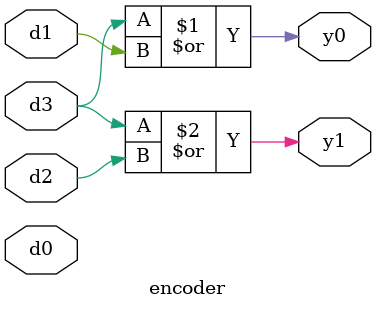
<source format=v>
module encoder(input d3,d2,d1,d0,
               output y0,y1);
  assign y0=d3|d1;
  assign y1=d3|d2;
endmodule

</source>
